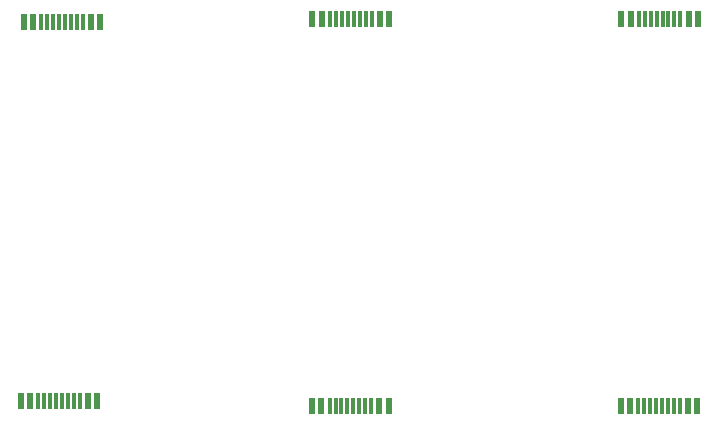
<source format=gbr>
%TF.GenerationSoftware,KiCad,Pcbnew,(6.0.4)*%
%TF.CreationDate,2022-05-23T19:11:52-04:00*%
%TF.ProjectId,wierd mousebites,77696572-6420-46d6-9f75-736562697465,rev?*%
%TF.SameCoordinates,Original*%
%TF.FileFunction,Paste,Bot*%
%TF.FilePolarity,Positive*%
%FSLAX46Y46*%
G04 Gerber Fmt 4.6, Leading zero omitted, Abs format (unit mm)*
G04 Created by KiCad (PCBNEW (6.0.4)) date 2022-05-23 19:11:52*
%MOMM*%
%LPD*%
G01*
G04 APERTURE LIST*
%ADD10R,0.600000X1.450000*%
%ADD11R,0.300000X1.450000*%
G04 APERTURE END LIST*
D10*
%TO.C,J1*%
X115388000Y-103672500D03*
X114588000Y-103672500D03*
D11*
X113388000Y-103672500D03*
X112388000Y-103672500D03*
X111888000Y-103672500D03*
X110888000Y-103672500D03*
D10*
X109688000Y-103672500D03*
X108888000Y-103672500D03*
X108888000Y-103672500D03*
X109688000Y-103672500D03*
D11*
X110388000Y-103672500D03*
X111388000Y-103672500D03*
X112888000Y-103672500D03*
X113888000Y-103672500D03*
D10*
X114588000Y-103672500D03*
X115388000Y-103672500D03*
%TD*%
%TO.C,J1*%
X141530000Y-103633000D03*
X140730000Y-103633000D03*
D11*
X139530000Y-103633000D03*
X138530000Y-103633000D03*
X138030000Y-103633000D03*
X137030000Y-103633000D03*
D10*
X135830000Y-103633000D03*
X135030000Y-103633000D03*
X135030000Y-103633000D03*
X135830000Y-103633000D03*
D11*
X136530000Y-103633000D03*
X137530000Y-103633000D03*
X139030000Y-103633000D03*
X140030000Y-103633000D03*
D10*
X140730000Y-103633000D03*
X141530000Y-103633000D03*
%TD*%
%TO.C,J1*%
X108934000Y-70904500D03*
X109734000Y-70904500D03*
D11*
X110934000Y-70904500D03*
X111934000Y-70904500D03*
X112434000Y-70904500D03*
X113434000Y-70904500D03*
D10*
X114634000Y-70904500D03*
X115434000Y-70904500D03*
X115434000Y-70904500D03*
X114634000Y-70904500D03*
D11*
X113934000Y-70904500D03*
X112934000Y-70904500D03*
X111434000Y-70904500D03*
X110434000Y-70904500D03*
D10*
X109734000Y-70904500D03*
X108934000Y-70904500D03*
%TD*%
%TO.C,J1*%
X135076000Y-70865000D03*
X135876000Y-70865000D03*
D11*
X137076000Y-70865000D03*
X138076000Y-70865000D03*
X138576000Y-70865000D03*
X139576000Y-70865000D03*
D10*
X140776000Y-70865000D03*
X141576000Y-70865000D03*
X141576000Y-70865000D03*
X140776000Y-70865000D03*
D11*
X140076000Y-70865000D03*
X139076000Y-70865000D03*
X137576000Y-70865000D03*
X136576000Y-70865000D03*
D10*
X135876000Y-70865000D03*
X135076000Y-70865000D03*
%TD*%
D11*
%TO.C,USB1*%
X87727600Y-103182501D03*
X85727600Y-103182501D03*
X86227600Y-103182501D03*
X86727600Y-103182501D03*
X87227600Y-103182501D03*
X88227600Y-103182501D03*
X88727600Y-103182501D03*
X89227600Y-103182501D03*
D10*
X84227600Y-103182501D03*
X85027600Y-103182501D03*
X89927600Y-103182501D03*
X90727600Y-103182501D03*
X90727600Y-103182501D03*
X89927600Y-103182501D03*
X85027600Y-103182501D03*
X84227600Y-103182501D03*
%TD*%
D11*
%TO.C,USB1*%
X87481600Y-71101000D03*
X89481600Y-71101000D03*
X88981600Y-71101000D03*
X88481600Y-71101000D03*
X87981600Y-71101000D03*
X86981600Y-71101000D03*
X86481600Y-71101000D03*
X85981600Y-71101000D03*
D10*
X90981600Y-71101000D03*
X90181600Y-71101000D03*
X85281600Y-71101000D03*
X84481600Y-71101000D03*
X84481600Y-71101000D03*
X85281600Y-71101000D03*
X90181600Y-71101000D03*
X90981600Y-71101000D03*
%TD*%
M02*

</source>
